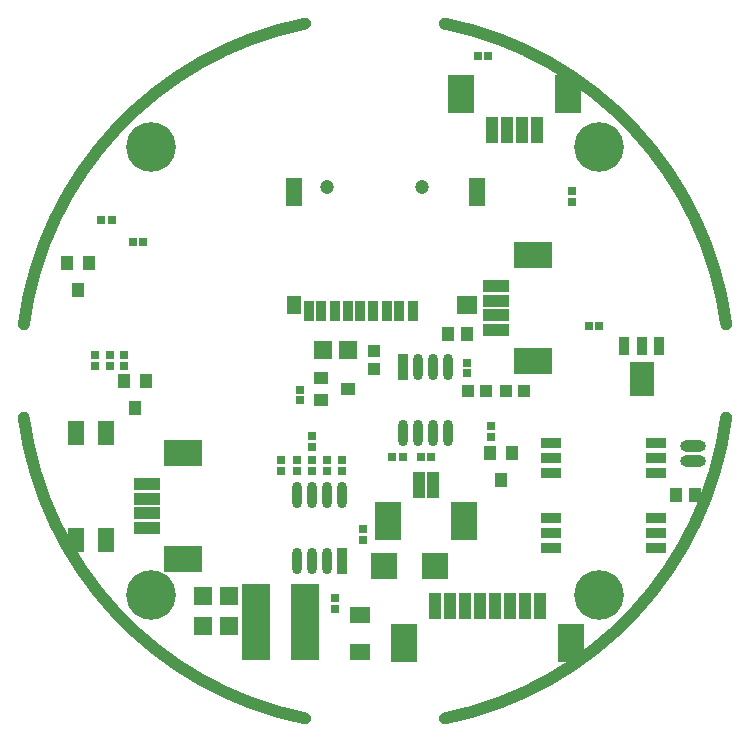
<source format=gbs>
%FSLAX44Y44*%
%MOMM*%
G71*
G01*
G75*
G04 Layer_Color=16711935*
%ADD10R,0.8890X1.0160*%
%ADD11R,0.6000X0.5000*%
%ADD12R,1.3970X1.3970*%
%ADD13R,0.4064X0.5500*%
%ADD14R,0.3048X0.5500*%
G04:AMPARAMS|DCode=15|XSize=0.32mm|YSize=1.7mm|CornerRadius=0.08mm|HoleSize=0mm|Usage=FLASHONLY|Rotation=0.000|XOffset=0mm|YOffset=0mm|HoleType=Round|Shape=RoundedRectangle|*
%AMROUNDEDRECTD15*
21,1,0.3200,1.5400,0,0,0.0*
21,1,0.1600,1.7000,0,0,0.0*
1,1,0.1600,0.0800,-0.7700*
1,1,0.1600,-0.0800,-0.7700*
1,1,0.1600,-0.0800,0.7700*
1,1,0.1600,0.0800,0.7700*
%
%ADD15ROUNDEDRECTD15*%
%ADD16R,0.5000X1.7000*%
%ADD17R,0.5000X0.6000*%
%ADD18R,1.3500X0.3000*%
%ADD19R,1.3500X0.2500*%
G04:AMPARAMS|DCode=20|XSize=2mm|YSize=1.2mm|CornerRadius=0mm|HoleSize=0mm|Usage=FLASHONLY|Rotation=150.000|XOffset=0mm|YOffset=0mm|HoleType=Round|Shape=Rectangle|*
%AMROTATEDRECTD20*
4,1,4,1.1660,0.0196,0.5660,-1.0196,-1.1660,-0.0196,-0.5660,1.0196,1.1660,0.0196,0.0*
%
%ADD20ROTATEDRECTD20*%

G04:AMPARAMS|DCode=21|XSize=2.1mm|YSize=0.8mm|CornerRadius=0mm|HoleSize=0mm|Usage=FLASHONLY|Rotation=203.500|XOffset=0mm|YOffset=0mm|HoleType=Round|Shape=Rectangle|*
%AMROTATEDRECTD21*
4,1,4,0.8034,0.7855,1.1224,0.0519,-0.8034,-0.7855,-1.1224,-0.0519,0.8034,0.7855,0.0*
%
%ADD21ROTATEDRECTD21*%

G04:AMPARAMS|DCode=22|XSize=3mm|YSize=2.1mm|CornerRadius=0mm|HoleSize=0mm|Usage=FLASHONLY|Rotation=203.500|XOffset=0mm|YOffset=0mm|HoleType=Round|Shape=Rectangle|*
%AMROTATEDRECTD22*
4,1,4,0.9569,1.5610,1.7943,-0.3648,-0.9569,-1.5610,-1.7943,0.3648,0.9569,1.5610,0.0*
%
%ADD22ROTATEDRECTD22*%

%ADD23R,1.0000X1.6000*%
%ADD24R,0.7000X0.6000*%
%ADD25C,0.2540*%
%ADD26C,0.3000*%
%ADD27C,0.6000*%
%ADD28C,1.0000*%
%ADD29C,0.5000*%
%ADD30C,0.4000*%
%ADD31C,1.0000*%
%ADD32O,2.0000X0.7500*%
G04:AMPARAMS|DCode=33|XSize=4mm|YSize=4mm|CornerRadius=2mm|HoleSize=0mm|Usage=FLASHONLY|Rotation=0.000|XOffset=0mm|YOffset=0mm|HoleType=Round|Shape=RoundedRectangle|*
%AMROUNDEDRECTD33*
21,1,4.0000,0.0000,0,0,0.0*
21,1,0.0000,4.0000,0,0,0.0*
1,1,4.0000,0.0000,0.0000*
1,1,4.0000,0.0000,0.0000*
1,1,4.0000,0.0000,0.0000*
1,1,4.0000,0.0000,0.0000*
%
%ADD33ROUNDEDRECTD33*%
%ADD34C,0.4500*%
%ADD35R,1.3970X1.3970*%
G04:AMPARAMS|DCode=36|XSize=2mm|YSize=2mm|CornerRadius=0mm|HoleSize=0mm|Usage=FLASHONLY|Rotation=180.000|XOffset=0mm|YOffset=0mm|HoleType=Round|Shape=RoundedRectangle|*
%AMROUNDEDRECTD36*
21,1,2.0000,2.0000,0,0,180.0*
21,1,2.0000,2.0000,0,0,180.0*
1,1,0.0000,-1.0000,1.0000*
1,1,0.0000,1.0000,1.0000*
1,1,0.0000,1.0000,-1.0000*
1,1,0.0000,-1.0000,-1.0000*
%
%ADD36ROUNDEDRECTD36*%
%ADD37R,0.7000X1.6000*%
%ADD38R,1.1000X1.4000*%
%ADD39R,1.6000X1.4000*%
%ADD40R,1.2000X2.2000*%
%ADD41R,3.0000X2.1000*%
%ADD42R,2.1000X0.8000*%
%ADD43R,0.8128X0.8128*%
%ADD44R,1.0668X0.8128*%
%ADD45R,0.8128X0.8128*%
%ADD46R,0.8128X1.0668*%
%ADD47R,1.5200X0.7600*%
%ADD48R,1.8000X2.8000*%
%ADD49R,0.7000X1.4000*%
%ADD50O,0.6096X2.0320*%
%ADD51R,0.6096X2.0320*%
%ADD52R,1.2000X1.8000*%
%ADD53R,2.1500X6.3000*%
%ADD54R,1.6000X1.2000*%
%ADD55R,2.1000X3.0000*%
%ADD56R,0.8000X2.1000*%
%ADD57C,0.8000*%
%ADD58C,0.1200*%
%ADD59C,0.1250*%
%ADD60R,1.0922X1.2192*%
%ADD61R,0.8032X0.7032*%
%ADD62R,1.6002X1.6002*%
%ADD63R,0.6096X0.7532*%
%ADD64R,0.5080X0.7532*%
G04:AMPARAMS|DCode=65|XSize=0.5232mm|YSize=1.9032mm|CornerRadius=0.1816mm|HoleSize=0mm|Usage=FLASHONLY|Rotation=0.000|XOffset=0mm|YOffset=0mm|HoleType=Round|Shape=RoundedRectangle|*
%AMROUNDEDRECTD65*
21,1,0.5232,1.5400,0,0,0.0*
21,1,0.1600,1.9032,0,0,0.0*
1,1,0.3632,0.0800,-0.7700*
1,1,0.3632,-0.0800,-0.7700*
1,1,0.3632,-0.0800,0.7700*
1,1,0.3632,0.0800,0.7700*
%
%ADD65ROUNDEDRECTD65*%
%ADD66R,0.7032X1.9032*%
%ADD67R,0.7032X0.8032*%
%ADD68R,1.5532X0.5032*%
%ADD69R,1.5532X0.4532*%
G04:AMPARAMS|DCode=70|XSize=2.2032mm|YSize=1.4032mm|CornerRadius=0mm|HoleSize=0mm|Usage=FLASHONLY|Rotation=150.000|XOffset=0mm|YOffset=0mm|HoleType=Round|Shape=Rectangle|*
%AMROTATEDRECTD70*
4,1,4,1.3048,0.0568,0.6032,-1.1584,-1.3048,-0.0568,-0.6032,1.1584,1.3048,0.0568,0.0*
%
%ADD70ROTATEDRECTD70*%

G04:AMPARAMS|DCode=71|XSize=2.3032mm|YSize=1.0032mm|CornerRadius=0mm|HoleSize=0mm|Usage=FLASHONLY|Rotation=203.500|XOffset=0mm|YOffset=0mm|HoleType=Round|Shape=Rectangle|*
%AMROTATEDRECTD71*
4,1,4,0.8561,0.9192,1.2561,-0.0008,-0.8561,-0.9192,-1.2561,0.0008,0.8561,0.9192,0.0*
%
%ADD71ROTATEDRECTD71*%

G04:AMPARAMS|DCode=72|XSize=3.2032mm|YSize=2.3032mm|CornerRadius=0mm|HoleSize=0mm|Usage=FLASHONLY|Rotation=203.500|XOffset=0mm|YOffset=0mm|HoleType=Round|Shape=Rectangle|*
%AMROTATEDRECTD72*
4,1,4,1.0096,1.6947,1.9280,-0.4174,-1.0096,-1.6947,-1.9280,0.4174,1.0096,1.6947,0.0*
%
%ADD72ROTATEDRECTD72*%

%ADD73R,1.2032X1.8032*%
%ADD74R,0.9032X0.8032*%
%ADD75C,1.2032*%
%ADD76O,2.2032X0.9532*%
G04:AMPARAMS|DCode=77|XSize=4.2032mm|YSize=4.2032mm|CornerRadius=2.1016mm|HoleSize=0mm|Usage=FLASHONLY|Rotation=0.000|XOffset=0mm|YOffset=0mm|HoleType=Round|Shape=RoundedRectangle|*
%AMROUNDEDRECTD77*
21,1,4.2032,0.0000,0,0,0.0*
21,1,0.0000,4.2032,0,0,0.0*
1,1,4.2032,0.0000,0.0000*
1,1,4.2032,0.0000,0.0000*
1,1,4.2032,0.0000,0.0000*
1,1,4.2032,0.0000,0.0000*
%
%ADD77ROUNDEDRECTD77*%
%ADD78R,1.6002X1.6002*%
G04:AMPARAMS|DCode=79|XSize=2.2032mm|YSize=2.2032mm|CornerRadius=0mm|HoleSize=0mm|Usage=FLASHONLY|Rotation=180.000|XOffset=0mm|YOffset=0mm|HoleType=Round|Shape=RoundedRectangle|*
%AMROUNDEDRECTD79*
21,1,2.2032,2.2032,0,0,180.0*
21,1,2.2032,2.2032,0,0,180.0*
1,1,0.0000,-1.1016,1.1016*
1,1,0.0000,1.1016,1.1016*
1,1,0.0000,1.1016,-1.1016*
1,1,0.0000,-1.1016,-1.1016*
%
%ADD79ROUNDEDRECTD79*%
%ADD80R,0.9032X1.8032*%
%ADD81R,1.3032X1.6032*%
%ADD82R,1.8032X1.6032*%
%ADD83R,1.4032X2.4032*%
%ADD84R,3.2032X2.3032*%
%ADD85R,2.3032X1.0032*%
%ADD86R,1.0160X1.0160*%
%ADD87R,1.2700X1.0160*%
%ADD88R,1.0160X1.0160*%
%ADD89R,1.0160X1.2700*%
%ADD90R,1.7232X0.9632*%
%ADD91R,2.0032X3.0032*%
%ADD92R,0.9032X1.6032*%
%ADD93O,0.8128X2.2352*%
%ADD94R,0.8128X2.2352*%
%ADD95R,1.4032X2.0032*%
%ADD96R,2.3532X6.5032*%
%ADD97R,1.8032X1.4032*%
%ADD98R,2.3032X3.2032*%
%ADD99R,1.0032X2.3032*%
D28*
X59097Y-294122D02*
G03*
X297407Y-39355I-59097J294122D01*
G01*
X-297380Y-39563D02*
G03*
X-59128Y-294116I297380J39563D01*
G01*
X297385Y39521D02*
G03*
X59128Y294116I-297385J-39521D01*
G01*
X-59189Y294103D02*
G03*
X-297380Y39563I59189J-294103D01*
G01*
D60*
X77899Y31750D02*
D03*
X61898D02*
D03*
X254889Y-105002D02*
D03*
X270891D02*
D03*
D61*
X-63500Y-15820D02*
D03*
Y-24820D02*
D03*
X97790Y-46610D02*
D03*
Y-55609D02*
D03*
X77470Y-1960D02*
D03*
Y7040D02*
D03*
X-53340Y-84510D02*
D03*
Y-75510D02*
D03*
Y-64003D02*
D03*
Y-55003D02*
D03*
X-224790Y4390D02*
D03*
Y13390D02*
D03*
X-212141Y4390D02*
D03*
Y13390D02*
D03*
X-27940Y-84510D02*
D03*
Y-75510D02*
D03*
X-34290Y-192350D02*
D03*
Y-201350D02*
D03*
X-10160Y-142930D02*
D03*
Y-133930D02*
D03*
X166370Y152092D02*
D03*
Y143092D02*
D03*
X-66040Y-84510D02*
D03*
Y-75510D02*
D03*
X-79391Y-84510D02*
D03*
Y-75510D02*
D03*
X-40640Y-84510D02*
D03*
Y-75510D02*
D03*
X-237490Y13390D02*
D03*
Y4390D02*
D03*
D67*
X189920Y38500D02*
D03*
X180920D02*
D03*
X-205160Y109109D02*
D03*
X-196160D02*
D03*
X-232010Y128270D02*
D03*
X-223011D02*
D03*
X95940Y267048D02*
D03*
X86940D02*
D03*
X38680Y-72390D02*
D03*
X47680D02*
D03*
X14550D02*
D03*
X23550D02*
D03*
D75*
X-40233Y155890D02*
D03*
X39653Y155927D02*
D03*
D76*
X269240Y-76223D02*
D03*
Y-63617D02*
D03*
D77*
X-190000Y190000D02*
D03*
X190000D02*
D03*
Y-190000D02*
D03*
X-190000D02*
D03*
D78*
X-44435Y17425D02*
D03*
X-22845D02*
D03*
X-123825Y-215900D02*
D03*
X-145415D02*
D03*
X-123825Y-190239D02*
D03*
X-145415D02*
D03*
D79*
X51210Y-165100D02*
D03*
X7210D02*
D03*
D80*
X-56257Y50800D02*
D03*
X-45303D02*
D03*
X-34253D02*
D03*
X-23287D02*
D03*
X-12320D02*
D03*
X-1280D02*
D03*
X9737D02*
D03*
X20697D02*
D03*
X31750D02*
D03*
D81*
X-68313Y55793D02*
D03*
D82*
X77707Y55883D02*
D03*
D83*
X-68370Y151883D02*
D03*
X86717Y151880D02*
D03*
D84*
X133610Y98340D02*
D03*
Y8340D02*
D03*
X-162300Y-69300D02*
D03*
Y-159300D02*
D03*
D85*
X102610Y34590D02*
D03*
Y47090D02*
D03*
Y59590D02*
D03*
Y72090D02*
D03*
X-193300Y-133050D02*
D03*
Y-120550D02*
D03*
Y-108050D02*
D03*
Y-95550D02*
D03*
D86*
X-1270Y2000D02*
D03*
Y17240D02*
D03*
D87*
X-22861Y-15291D02*
D03*
X-45798Y-5753D02*
D03*
Y-24829D02*
D03*
D88*
X125730Y-17200D02*
D03*
X110490D02*
D03*
X78740D02*
D03*
X93980D02*
D03*
D89*
X106629Y-92672D02*
D03*
X116167Y-69736D02*
D03*
X97092D02*
D03*
X-261179Y91554D02*
D03*
X-242104D02*
D03*
X-251642Y68618D02*
D03*
X-212789Y-8776D02*
D03*
X-193713D02*
D03*
X-203251Y-31712D02*
D03*
D90*
X237490Y-61047D02*
D03*
Y-73730D02*
D03*
Y-86430D02*
D03*
Y-124530D02*
D03*
Y-137230D02*
D03*
Y-149930D02*
D03*
X148590Y-149790D02*
D03*
Y-137090D02*
D03*
Y-124390D02*
D03*
Y-86290D02*
D03*
Y-73590D02*
D03*
Y-60890D02*
D03*
D91*
X225863Y-6916D02*
D03*
D92*
X240863Y21584D02*
D03*
X225863D02*
D03*
X210863D02*
D03*
D93*
X-27599Y-105270D02*
D03*
X-40300D02*
D03*
X-53000D02*
D03*
X-65700D02*
D03*
Y-161150D02*
D03*
X-53000D02*
D03*
X-40300D02*
D03*
X23790Y-52400D02*
D03*
X36490D02*
D03*
X49190D02*
D03*
X61890D02*
D03*
Y3480D02*
D03*
X49190D02*
D03*
X36490D02*
D03*
D94*
X-27599Y-161150D02*
D03*
X23790Y3480D02*
D03*
D95*
X-227950Y-52850D02*
D03*
X-253350D02*
D03*
X-253350Y-142850D02*
D03*
X-227950Y-142850D02*
D03*
D96*
X-100760Y-212090D02*
D03*
X-59260D02*
D03*
D97*
X-12700Y-238250D02*
D03*
Y-206250D02*
D03*
D98*
X75680Y-127260D02*
D03*
X10680D02*
D03*
X163110Y234921D02*
D03*
X73110Y234921D02*
D03*
X165650Y-230130D02*
D03*
X24850D02*
D03*
D99*
X49430Y-96260D02*
D03*
X36930D02*
D03*
X99360Y203921D02*
D03*
X111860D02*
D03*
X124360Y203921D02*
D03*
X136860Y203921D02*
D03*
X76300Y-199130D02*
D03*
X114200D02*
D03*
X101500D02*
D03*
X89000D02*
D03*
X126900D02*
D03*
X139600D02*
D03*
X63600D02*
D03*
X50900D02*
D03*
M02*

</source>
